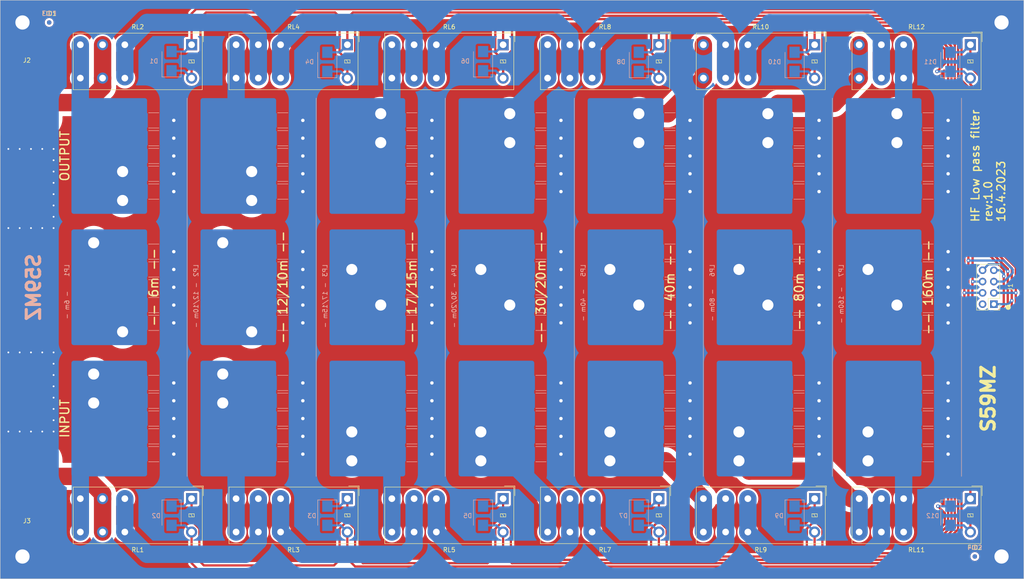
<source format=kicad_pcb>
(kicad_pcb (version 20221018) (generator pcbnew)
  (title_block (title "HF End Low pass filter") (date "2023-04-16") (rev "1.0") (company "S59MZ"))
  (layers (0 "F.Cu" signal) (31 "B.Cu" signal) (34 "B.Paste" user) (35 "F.Paste" user) (36 "B.SilkS" user "B.Silkscreen") (37 "F.SilkS" user "F.Silkscreen") (38 "B.Mask" user) (39 "F.Mask" user) (44 "Edge.Cuts" user))
  (net 0 "")
  (net 1 "+12V")
  (net 2 "/6m")
  (net 3 "/10m")
  (net 4 "/15m")
  (net 5 "/20m")
  (net 6 "/40m")
  (net 7 "/80m")
  (net 8 "GND")
  (net 9 "/output")
  (net 10 "/input")
  (net 11 "Net-(LP1-Pad2)")
  (net 12 "Net-(LP2-Pad2)")
  (net 13 "Net-(LP3-Pad2)")
  (net 14 "Net-(LP4-Pad2)")
  (net 15 "Net-(LP5-Pad2)")
  (net 16 "Net-(LP6-Pad2)")
  (net 17 "Net-(LP7-Pad2)")
  (net 18 "Net-(RL1-Pad2)")
  (net 19 "Net-(RL2-Pad2)")
  (net 20 "Net-(RL3-Pad2)")
  (net 21 "Net-(RL4-Pad2)")
  (net 22 "Net-(RL5-Pad2)")
  (net 23 "Net-(RL6-Pad2)")
  (net 24 "Net-(RL7-Pad2)")
  (net 25 "Net-(RL10-Pad3)")
  (net 26 "Net-(RL11-Pad3)")
  (net 27 "Net-(RL10-Pad2)")
  (net 28 "Net-(LP1-Pad3)")
  (net 30 "Net-(LP2-Pad3)")
  (net 32 "Net-(LP3-Pad3)")
  (net 34 "Net-(LP4-Pad3)")
  (net 36 "Net-(LP5-Pad3)")
  (net 38 "Net-(LP6-Pad3)")
  (net 40 "Net-(LP7-Pad3)")
  (footprint "Fiducial:Fiducial_1mm_Mask2mm" (layer "F.Cu") (at 254 150)
    (fp_text reference "FID2")
    (fp_text value "Fiducial")
  )
  (footprint "MountingHole:MountingHole_3.2mm_M3_DIN965_Pad" (layer "F.Cu") (at 40 150)
    (fp_text reference "H1" hide)
    (fp_text value "M3")
  )
  (footprint "MountingHole:MountingHole_3.2mm_M3_DIN965_Pad" (layer "F.Cu") (at 40 30)
    (fp_text reference "H2" hide)
    (fp_text value "M3")
  )
  (footprint "Relay_THT:Relay_DPDT_Omron_G2RL" (layer "F.Cu") (at 148 35 180)
    (fp_text reference "RL6")
    (fp_text value "G2RL-2-DC12")
  )
  (footprint "Library:Coax_terminal" (layer "F.Cu") (at 41 132 -90)
    (fp_text reference "J3")
    (fp_text value "Input")
  )
  (footprint "Relay_THT:Relay_DPDT_Omron_G2RL" (layer "F.Cu") (at 253 35 180)
    (fp_text reference "RL12")
    (fp_text value "G2RL-2-DC12")
  )
  (footprint "Relay_THT:Relay_DPDT_Omron_G2RL" (layer "F.Cu") (at 183 137 180)
    (fp_text reference "RL7")
    (fp_text value "G2RL-2-DC12")
  )
  (footprint "MountingHole:MountingHole_3.2mm_M3_DIN965_Pad" (layer "F.Cu") (at 260 150)
    (fp_text reference "H4" hide)
    (fp_text value "M3")
  )
  (footprint "Relay_THT:Relay_DPDT_Omron_G2RL" (layer "F.Cu") (at 113 137 180)
    (fp_text reference "RL3")
    (fp_text value "G2RL-2-DC12")
  )
  (footprint "Relay_THT:Relay_DPDT_Omron_G2RL" (layer "F.Cu") (at 218 35 180)
    (fp_text reference "RL10")
    (fp_text value "G2RL-2-DC12")
  )
  (footprint "Relay_THT:Relay_DPDT_Omron_G2RL" (layer "F.Cu") (at 113 35 180)
    (fp_text reference "RL4")
    (fp_text value "G2RL-2-DC12")
  )
  (footprint "Relay_THT:Relay_DPDT_Omron_G2RL" (layer "F.Cu") (at 218 137 180)
    (fp_text reference "RL9")
    (fp_text value "G2RL-2-DC12")
  )
  (footprint "Relay_THT:Relay_DPDT_Omron_G2RL" (layer "F.Cu") (at 183 35 180)
    (fp_text reference "RL8")
    (fp_text value "G2RL-2-DC12")
  )
  (footprint "MountingHole:MountingHole_3.2mm_M3_DIN965_Pad" (layer "F.Cu") (at 260 30)
    (fp_text reference "H3" hide)
    (fp_text value "M3")
  )
  (footprint "Relay_THT:Relay_DPDT_Omron_G2RL" (layer "F.Cu") (at 148 137 180)
    (fp_text reference "RL5")
    (fp_text value "G2RL-2-DC12")
  )
  (footprint "Relay_THT:Relay_DPDT_Omron_G2RL" (layer "F.Cu") (at 253 137 180)
    (fp_text reference "RL11")
    (fp_text value "G2RL-2-DC12")
  )
  (footprint "Relay_THT:Relay_DPDT_Omron_G2RL" (layer "F.Cu") (at 78 137 180)
    (fp_text reference "RL1")
    (fp_text value "G2RL-2-DC12")
  )
  (footprint "Fiducial:Fiducial_1mm_Mask2mm" (layer "F.Cu") (at 46 30)
    (fp_text reference "FID1")
    (fp_text value "Fiducial")
  )
  (footprint "Relay_THT:Relay_DPDT_Omron_G2RL" (layer "F.Cu") (at 78 35 180)
    (fp_text reference "RL2")
    (fp_text value "G2RL-2-DC12")
  )
  (footprint "Library:Coax_terminal" (layer "F.Cu") (at 41 48 90)
    (fp_text reference "J2")
    (fp_text value "Output")
  )
  (footprint "Connector_PinHeader_2.54mm:PinHeader_2x04_P2.54mm_Vertical" (layer "F.Cu") (at 258.275 93.3 180)
    (fp_text reference "J1")
    (fp_text value "band select")
  )
  (footprint "Library:LPF" (layer "B.Cu") (at 222 47 -90)
    (fp_text reference "LP7")
    (fp_text value "160m")
  )
  (footprint "Library:LPF" (layer "B.Cu") (at 164 47 -90)
    (fp_text reference "LP5")
    (fp_text value "40m")
  )
  (footprint "Diode_SMD:D_SMB" (layer "B.Cu") (at 178.5 140.85 -90)
    (fp_text reference "D7")
    (fp_text value "1N4007")
  )
  (footprint "Library:LPF" (layer "B.Cu") (at 193 47 -90)
    (fp_text reference "LP6")
    (fp_text value "80m")
  )
  (footprint "Diode_SMD:D_SMB" (layer "B.Cu") (at 178.5 38.85 90)
    (fp_text reference "D8")
    (fp_text value "1N4007")
  )
  (footprint "Diode_SMD:D_SMB" (layer "B.Cu") (at 248.5 140.85 -90)
    (fp_text reference "D12")
    (fp_text value "1N4007")
  )
  (footprint "Library:LPF" (layer "B.Cu") (at 106 47 -90)
    (fp_text reference "LP3")
    (fp_text value "17/15m")
  )
  (footprint "Fiducial:Fiducial_1mm_Mask2mm" (layer "B.Cu") (at 254 150 180)
    (fp_text reference "FID4")
    (fp_text value "Fiducial")
  )
  (footprint "Diode_SMD:D_SMB" (layer "B.Cu") (at 213.5 140.85 -90)
    (fp_text reference "D9")
    (fp_text value "1N4007")
  )
  (footprint "Diode_SMD:D_SMB" (layer "B.Cu") (at 73.5 38.6875 90)
    (fp_text reference "D1")
    (fp_text value "1N4007")
  )
  (footprint "Library:LPF-6" (layer "B.Cu") (at 77 47 -90)
    (fp_text reference "LP2")
    (fp_text value "12/10m")
  )
  (footprint "Diode_SMD:D_SMB" (layer "B.Cu") (at 108.5 38.85 90)
    (fp_text reference "D4")
    (fp_text value "1N4007")
  )
  (footprint "Diode_SMD:D_SMB" (layer "B.Cu") (at 213.5 38.85 90)
    (fp_text reference "D10")
    (fp_text value "1N4007")
  )
  (footprint "Diode_SMD:D_SMB" (layer "B.Cu") (at 143.5 38.6875 90)
    (fp_text reference "D6")
    (fp_text value "1N4007")
  )
  (footprint "Diode_SMD:D_SMB" (layer "B.Cu") (at 108.5 140.85 -90)
    (fp_text reference "D3")
    (fp_text value "1N4007")
  )
  (footprint "Library:LPF" (layer "B.Cu") (at 135 47 -90)
    (fp_text reference "LP4")
    (fp_text value "30/20m")
  )
  (footprint "Fiducial:Fiducial_1mm_Mask2mm" (layer "B.Cu") (at 46 30 180)
    (fp_text reference "FID3")
    (fp_text value "Fiducial")
  )
  (footprint "Diode_SMD:D_SMB" (layer "B.Cu") (at 248.5 38.85 90)
    (fp_text reference "D11")
    (fp_text value "1N4007")
  )
  (footprint "Diode_SMD:D_SMB" (layer "B.Cu") (at 143.5 140.85 -90)
    (fp_text reference "D5")
    (fp_text value "1N4007")
  )
  (footprint "Diode_SMD:D_SMB" (layer "B.Cu") (at 73.5 140.85 -90)
    (fp_text reference "D2")
    (fp_text value "1N4007")
  )
  (footprint "Library:LPF-6" (layer "B.Cu") (at 48 47 -90)
    (fp_text reference "LP1")
    (fp_text value "6m")
  )
  (gr_circle (center 261.5 94) (end 262 94) (stroke (width 0.15)) (fill solid) (layer "F.SilkS"))
  (gr_rect locked (start 35 25) (end 265 155) (stroke (width 0.1)) (fill none) (layer "Edge.Cuts"))
  (gr_text "S59MZ" (at 42.5 89.5 90) (layer "B.SilkS") (effects (font (size 3 3) (thickness 0.7)) (justify mirror)))
  (gr_text "HF Low pass filter\nrev:1.0\n16.4.2023" (at 257 75 90) (layer "F.SilkS") (effects (font (size 1.8 1.8) (thickness 0.3)) (justify left)))
  (gr_text "S59MZ" (at 257 114.5 90) (layer "F.SilkS") (effects (font (size 3 3) (thickness 0.7))))
  (segment (start 183 38.5) (end 183 42.5) (width 0.5) (layer "F.Cu") (net 1))
  (segment (start 149.75 149.25) (end 151.25 150.75) (width 0.5) (layer "F.Cu") (net 1))
  (segment (start 146.25 29.75) (end 146.25 36.75) (width 0.5) (layer "F.Cu") (net 1))
  (segment (start 183 142) (end 184.75 143.75) (width 0.5) (layer "F.Cu") (net 1))
  (segment (start 146.25 36.75) (end 148 38.5) (width 0.5) (layer "F.Cu") (net 1))
  (segment (start 151.25 150.75) (end 179.75 150.75) (width 0.5) (layer "F.Cu") (net 1))
  (segment (start 79.75 143.75) (end 79.75 151) (width 0.5) (layer "F.Cu") (net 1))
  (segment (start 220.75 30.75) (end 219.75 31.75) (width 0.5) (layer "F.Cu") (net 1))
  (segment (start 179.25 29.25) (end 181.25 31.25) (width 0.5) (layer "F.Cu") (net 1))
  (segment (start 78 42.5) (end 78 38.5) (width 0.5) (layer "F.Cu") (net 1))
  (segment (start 218 42.5) (end 218 38.5) (width 0.5) (layer "F.Cu") (net 1))
  (segment (start 247.25 39.25) (end 247.25 36) (width 0.5) (layer "F.Cu") (net 1))
  (segment (start 184.75 31.25) (end 186 30) (width 0.5) (layer "F.Cu") (net 1))
  (segment (start 245.5 41) (end 247.25 39.25) (width 0.5) (layer "F.Cu") (net 1))
  (segment (start 262.299 92.5) (end 262.299 94.026059) (width 0.5) (layer "F.Cu") (net 1))
  (segment (start 110 152) (end 111.25 150.75) (width 0.5) (layer "F.Cu") (net 1))
  (segment (start 114.75 149.75) (end 116.5 151.5) (width 0.5) (layer "F.Cu") (net 1))
  (segment (start 183 42.5) (end 183 38.25) (width 0.5) (layer "F.Cu") (net 1))
  (segment (start 218 142) (end 218 137) (width 0.5) (layer "F.Cu") (net 1))
  (segment (start 148 142) (end 149.75 143.75) (width 0.5) (layer "F.Cu") (net 1))
  (segment (start 216.25 31.25) (end 216.25 36.75) (width 0.5) (layer "F.Cu") (net 1))
  (segment (start 116.5 151.5) (end 144.5 151.5) (width 0.5) (layer "F.Cu") (net 1))
  (segment (start 148 38.5) (end 148 42.5) (width 0.5) (layer "F.Cu") (net 1))
  (segment (start 184.75 143.75) (end 184.75 148.75) (width 0.5) (layer "F.Cu") (net 1))
  (segment (start 78 142) (end 79.75 143.75) (width 0.5) (layer "F.Cu") (net 1))
  (segment (start 181.25 36.75) (end 183 38.5) (width 0.5) (layer "F.Cu") (net 1))
  (segment (start 113 142) (end 114.75 143.75) (width 0.5) (layer "F.Cu") (net 1))
  (segment (start 111.25 150.75) (end 111.25 143.75) (width 0.5) (layer "F.Cu") (net 1))
  (segment (start 256.152239 131.408421) (end 253 134.56066) (width 0.5) (layer "F.Cu") (net 1))
  (segment (start 114.75 143.75) (end 114.75 149.75) (width 0.5) (layer "F.Cu") (net 1))
  (segment (start 220.75 149.25) (end 219.75 148.25) (width 0.5) (layer "F.Cu") (net 1))
  (segment (start 111.25 28.75) (end 111.25 36.75) (width 0.5) (layer "F.Cu") (net 1))
  (segment (start 78 38.5) (end 80 36.5) (width 0.5) (layer "F.Cu") (net 1))
  (segment (start 113 42.5) (end 113 38.5) (width 0.5) (layer "F.Cu") (net 1))
  (segment (start 148 142) (end 148 137) (width 0.5) (layer "F.Cu") (net 1))
  (segment (start 146.25 149.75) (end 146.25 143.75) (width 0.5) (layer "F.Cu") (net 1))
  (segment (start 184.75 148.75) (end 186 150) (width 0.5) (layer "F.Cu") (net 1))
  (segment (start 111.25 143.75) (end 113 142) (width 0.5) (layer "F.Cu") (net 1))
  (segment (start 114.75 29.25) (end 115.5 28.5) (width 0.5) (layer "F.Cu") (net 1))
  (segment (start 184.75 36.5) (end 184.75 31.25) (width 0.5) (layer "F.Cu") (net 1))
  (segment (start 253 43.914214) (end 253 42.5) (width 0.5) (layer "F.Cu") (net 1))
  (segment (start 150 36.25) (end 150 30) (width 0.5) (layer "F.Cu") (net 1))
  (segment (start 149.75 143.75) (end 149.75 149.25) (width 0.5) (layer "F.Cu") (net 1))
  (segment (start 81.25 27.75) (end 110.25 27.75) (width 0.5) (layer "F.Cu") (net 1))
  (segment (start 219.75 31.75) (end 219.75 36.75) (width 0.5) (layer "F.Cu") (net 1))
  (segment (start 186 150) (end 215 150) (width 0.5) (layer "F.Cu") (net 1))
  (segment (start 150.75 29.25) (end 179.25 29.25) (width 0.5) (layer "F.Cu") (net 1))
  (segment (start 148 42.5) (end 148 38.25) (width 0.5) (layer "F.Cu") (net 1))
  (segment (start 146.25 143.75) (end 148 142) (width 0.5) (layer "F.Cu") (net 1))
  (segment (start 256.152239 100.17282) (end 256.152239 131.408421) (width 0.5) (layer "F.Cu") (net 1))
  (segment (start 186 30) (end 215 30) (width 0.5) (layer "F.Cu") (net 1))
  (segment (start 219.75 36.75) (end 218 38.5) (width 0.5) (layer "F.Cu") (net 1))
  (segment (start 216.25 143.75) (end 218 142) (width 0.5) (layer "F.Cu") (net 1))
  (segment (start 183 38.25) (end 184.75 36.5) (width 0.5) (layer "F.Cu") (net 1))
  (segment (start 262.299 94.026059) (end 256.152239 100.17282) (width 0.5) (layer "F.Cu") (net 1))
  (segment (start 256.256097 47.170311) (end 253 43.914214) (width 0.5) (layer "F.Cu") (net 1))
  (segment (start 215 150) (end 216.25 148.75) (width 0.5) (layer "F.Cu") (net 1))
  (segment (start 78 137) (end 78 142) (width 0.5) (layer "F.Cu") (net 1))
  (segment (start 216.25 148.75) (end 216.25 143.75) (width 0.5) (layer "F.Cu") (net 1))
  (segment (start 181.25 143.75) (end 183 142) (width 0.5) (layer "F.Cu") (net 1))
  (segment (start 242 30.75) (end 220.75 30.75) (width 0.5) (layer "F.Cu") (net 1))
  (segment (start 247.25 140.25) (end 247.25 142.62868) (width 0.5) (layer "F.Cu") (net 1))
  (segment (start 256.256097 79.160588) (end 256.256097 47.170311) (width 0.5) (layer "F.Cu") (net 1))
  (segment (start 79.75 151) (end 80.75 152) (width 0.5) (layer "F.Cu") (net 1))
  (segment (start 253 134.56066) (end 253 137) (width 0.5) (layer "F.Cu") (net 1))
  (segment (start 150 30) (end 150.75 29.25) (width 0.5) (layer "F.Cu") (net 1))
  (segment (start 247.25 142.62868) (end 240.62868 149.25) (width 0.5) (layer "F.Cu") (net 1))
  (segment (start 216.25 36.75) (end 218 38.5) (width 0.5) (layer "F.Cu") (net 1))
  (segment (start 247.25 36) (end 242 30.75) (width 0.5) (layer "F.Cu") (net 1))
  (segment (start 114.75 36.75) (end 114.75 29.25) (width 0.5) (layer "F.Cu") (net 1))
  (segment (start 240.62868 149.25) (end 220.75 149.25) (width 0.5) (layer "F.Cu") (net 1))
  (segment (start 113 38.5) (end 114.75 36.75) (width 0.5) (layer "F.Cu") (net 1))
  (segment (start 115.5 28.5) (end 145 28.5) (width 0.5) (layer "F.Cu") (net 1))
  (segment (start 181.25 31.25) (end 181.25 36.75) (width 0.5) (layer "F.Cu") (net 1))
  (segment (start 80 29) (end 81.25 27.75) (width 0.5) (layer "F.Cu") (net 1))
  (segment (start 262.299 85.203491) (end 256.256097 79.160588) (width 0.5) (layer "F.Cu") (net 1))
  (segment (start 80.75 152) (end 110 152) (width 0.5) (layer "F.Cu") (net 1))
  (segment (start 245.7 138.7) (end 247.25 140.25) (width 0.5) (layer "F.Cu") (net 1))
  (segment (start 113 142) (end 113 137) (width 0.5) (layer "F.Cu") (net 1))
  (segment (start 145 28.5) (end 146.25 29.75) (width 0.5) (layer "F.Cu") (net 1))
  (segment (start 80 36.5) (end 80 29) (width 0.5) (layer "F.Cu") (net 1))
  (segment (start 262.299 92.5) (end 262.299 85.203491) (width 0.5) (layer "F.Cu") (net 1))
  (segment (start 144.5 151.5) (end 146.25 149.75) (width 0.5) (layer "F.Cu") (net 1))
  (segment (start 219.75 143.75) (end 218 142) (width 0.5) (layer "F.Cu") (net 1))
  (segment (start 148 38.25) (end 150 36.25) (width 0.5) (layer "F.Cu") (net 1))
  (segment (start 183 142) (end 183 137) (width 0.5) (layer "F.Cu") (net 1))
  (segment (start 110.25 27.75) (end 111.25 28.75) (width 0.5) (layer "F.Cu") (net 1))
  (segment (start 215 30) (end 216.25 31.25) (width 0.5) (layer "F.Cu") (net 1))
  (segment (start 179.75 150.75) (end 181.25 149.25) (width 0.5) (layer "F.Cu") (net 1))
  (segment (start 181.25 149.25) (end 181.25 143.75) (width 0.5) (layer "F.Cu") (net 1))
  (segment (start 219.75 148.25) (end 219.75 143.75) (width 0.5) (layer "F.Cu") (net 1))
  (segment (start 111.25 36.75) (end 113 38.5) (width 0.5) (layer "F.Cu") (net 1))
  (via (at 245.7 138.7) (size 0.8) (drill 0.4) (layers "F.Cu" "B.Cu") (net 1))
  (via (at 245.5 41) (size 0.8) (drill 0.4) (layers "F.Cu" "B.Cu") (net 1))
  (via (at 262.299 92.5) (size 0.8) (drill 0.4) (layers "F.Cu" "B.Cu") (net 1))
  (segment (start 181.5 41) (end 183 42.5) (width 0.5) (layer "B.Cu") (net 1))
  (segment (start 76.3 138.7) (end 78 137) (width 0.5) (layer "B.Cu") (net 1))
  (segment (start 108.5 41) (end 111.5 41) (width 0.5) (layer "B.Cu") (net 1))
  (segment (start 73.5 138.7) (end 76.3 138.7) (width 0.5) (layer "B.Cu") (net 1))
  (segment (start 146.3 138.7) (end 148 137) (width 0.5) (layer "B.Cu") (net 1))
  (segment (start 248.5 41) (end 251.5 41) (width 0.5) (layer "B.Cu") (net 1))
  (segment (start 213.5 41) (end 216.5 41) (width 0.5) (layer "B.Cu") (net 1))
  (segment (start 248.5 138.7) (end 251.3 138.7) (width 0.5) (layer "B.Cu") (net 1))
  (segment (start 178.5 138.7) (end 181.3 138.7) (width 0.5) (layer "B.Cu") (net 1))
  (segment (start 111.3 138.7) (end 113 137) (width 0.5) (layer "B.Cu") (net 1))
  (segment (start 178.5 41) (end 181.5 41) (width 0.5) (layer "B.Cu") (net 1))
  (segment (start 143.5 138.7) (end 146.3 138.7) (width 0.5) (layer "B.Cu") (net 1))
  (segment (start 251.5 41) (end 253 42.5) (width 0.5) (layer "B.Cu") (net 1))
  (segment (start 213.5 138.7) (end 216.3 138.7) (width 0.5) (layer "B.Cu") (net 1))
  (segment (start 181.3 138.7) (end 183 137) (width 0.5) (layer "B.Cu") (net 1))
  (segment (start 76.3375 40.8375) (end 78 42.5) (width 0.5) (layer "B.Cu") (net 1))
  (segment (start 258.275 93.3) (end 261.499 93.3) (width 0.5) (layer "B.Cu") (net 1))
  (segment (start 261.499 93.3) (end 262.299 92.5) (width 0.5) (layer "B.Cu") (net 1))
  (segment (start 146.3375 40.8375) (end 148 42.5) (width 0.5) (layer "B.Cu") (net 1))
  (segment (start 143.5 40.8375) (end 146.3375 40.8375) (width 0.5) (layer "B.Cu") (net 1))
  (segment (start 111.5 41) (end 113 42.5) (width 0.5) (layer "B.Cu") (net 1))
  (segment (start 216.5 41) (end 218 42.5) (width 0.5) (layer "B.Cu") (net 1))
  (segment (start 73.5 40.8375) (end 76.3375 40.8375) (width 0.5) (layer "B.Cu") (net 1))
  (segment (start 245.5 41) (end 248.5 41) (width 0.5) (layer "B.Cu") (net 1))
  (segment (start 251.3 138.7) (end 253 137) (width 0.5) (layer "B.Cu") (net 1))
  (segment (start 216.3 138.7) (end 218 137) (width 0.5) (layer "B.Cu") (net 1))
  (segment (start 245.7 138.7) (end 248.5 138.7) (width 0.5) (layer "B.Cu") (net 1))
  (segment (start 108.5 138.7) (end 111.3 138.7) (width 0.5) (layer "B.Cu") (net 1))
  (segment (start 255.31681 47.291684) (end 251 42.974874) (width 0.5) (layer "F.Cu") (net 2))
  (segment (start 251 34.37868) (end 243.62132 27) (width 0.5) (layer "F.Cu") (net 2))
  (segment (start 258.334069 96.93033) (end 258.33033 96.93033) (width 0.5) (layer "F.Cu") (net 2))
  (segment (start 261.3995 85.364651) (end 255.31681 79.281961) (width 0.5) (layer "F.Cu") (net 2))
  (segment (start 255.252739 100.007921) (end 255.252739 131.247261) (width 0.5) (layer "F.Cu") (net 2))
  (segment (start 78 28) (end 78 35) (width 0.5) (layer "F.Cu") (net 2))
  (segment (start 255.31681 79.281961) (end 255.31681 47.291684) (width 0.5) (layer "F.Cu") (net 2))
  (segment (start 258.33033 96.93033) (end 255.252739 100.007921) (width 0.5) (layer "F.Cu") (net 2))
  (segment (start 243.62132 27) (end 79 27) (width 0.5) (layer "F.Cu") (net 2))
  (segment (start 79 27) (end 78 28) (width 0.5) (layer "F.Cu") (net 2))
  (segment (start 242.18198 153) (end 79.5 153) (width 0.5) (layer "F.Cu") (net 2))
  (segment (start 255.252739 131.247261) (end 251 135.5) (width 0.5) (layer "F.Cu") (net 2))
  (segment (start 261.3995 85.8995) (end 261.3995 93.864899) (width 0.5) (layer "F.Cu") (net 2))
  (segment (start 251 144.18198) (end 242.18198 153) (width 0.5) (layer "F.Cu") (net 2))
  (segment (start 79.5 153) (end 78 151.5) (width 0.5) (layer "F.Cu") (net 2))
  (segment (start 251 135.5) (end 251 144.18198) (width 0.5) (layer "F.Cu") (net 2))
  (segment (start 261.3995 85.8995) (end 261.3995 85.364651) (width 0.5) (layer "F.Cu") (net 2))
  (segment (start 261.3995 93.864899) (end 258.334069 96.93033) (width 0.5) (layer "F.Cu") (net 2))
  (segment (start 78 151.5) (end 78 144.5) (width 0.5) (layer "F.Cu") (net 2))
  (segment (start 251 42.974874) (end 251 34.37868) (width 0.5) (layer "F.Cu") (net 2))
  (via (at 261.3995 85.8995) (size 0.8) (drill 0.4) (layers "F.Cu" "B.Cu") (net 2))
  (segment (start 255.735 85.68) (end 257.085 84.33) (width 0.5) (layer "B.Cu") (net 2))
  (segment (start 73.5 143) (end 76.5 143) (width 0.5) (layer "B.Cu") (net 2))
  (segment (start 76.5 143) (end 78 144.5) (width 0.5) (layer "B.Cu") (net 2))
  (segment (start 73.5 36.5375) (end 76.4625 36.5375) (width 0.5) (layer "B.Cu") (net 2))
  (segment (start 259.83 84.33) (end 261.3995 85.8995) (width 0.5) (layer "B.Cu") (net 2))
  (segment (start 76.4625 36.5375) (end 78 35) (width 0.5) (layer "B.Cu") (net 2))
  (segment (start 257.085 84.33) (end 259.83 84.33) (width 0.5) (layer "B.Cu") (net 2))
  (segment (start 254.353239 99.846761) (end 254.353239 131.086101) (width 0.5) (layer "F.Cu") (net 3))
  (segment (start 250.25 135.18934) (end 250.25 143.87132) (width 0.5) (layer "F.Cu") (net 3))
  (segment (start 114.25 27.75) (end 113 29) (width 0.5) (layer "F.Cu") (net 3))
  (segment (start 114.75 152.25) (end 113 150.5) (width 0.5) (layer "F.Cu") (net 3))
  (segment (start 250.25 43.31066) (end 250.25 34.68934) (width 0.5) (layer "F.Cu") (net 3))
  (segment (start 254.353239 131.086101) (end 250.25 135.18934) (width 0.5) (layer "F.Cu") (net 3))
  (segment (start 250.25 34.68934) (end 243.31066 27.75) (width 0.5) (layer "F.Cu") (net 3))
  (segment (start 260.496261 93.703739) (end 254.353239 99.846761) (width 0.5) (layer "F.Cu") (net 3))
  (segment (start 260.496261 87.003739) (end 260.496261 85.522072) (width 0.5) (layer "F.Cu") (net 3))
  (segment (start 254.41731 47.47797) (end 250.25 43.31066) (width 0.5) (layer "F.Cu") (net 3))
  (segment (start 260.496261 85.522072) (end 254.41731 79.443121) (width 0.5) (layer "F.Cu") (net 3))
  (segment (start 254.41731 79.443121) (end 254.41731 47.47797) (width 0.5) (layer "F.Cu") (net 3))
  (segment (start 241.87132 152.25) (end 114.75 152.25) (width 0.5) (layer "F.Cu") (net 3))
  (segment (start 260.496261 87.003739) (end 260.496261 93.703739) (width 0.5) (layer "F.Cu") (net 3))
  (segment (start 113 150.5) (end 113 144.5) (width 0.5) (layer "F.Cu") (net 3))
  (segment (start 113 29) (end 113 35) (width 0.5) (layer "F.Cu") (net 3))
  (segment (start 243.31066 27.75) (end 114.25 27.75) (width 0.5) (layer "F.Cu") (net 3))
  (segment (start 250.25 143.87132) (end 241.87132 152.25) (width 0.5) (layer "F.Cu") (net 3))
  (via (at 260.496261 87.003739) (size 0.8) (drill 0.4) (layers "F.Cu" "B.Cu") (net 3))
  (segment (start 111.3 36.7) (end 113 35) (width 0.5) (layer "B.Cu") (net 3))
  (segment (start 258.275 85.68) (end 259.68 85.68) (width 0.5) (layer "B.Cu") (net 3))
  (segment (start 260.496261 86.496261) (end 260.496261 87.003739) (width 0.5) (layer "B.Cu") (net 3))
  (segment (start 259.68 85.68) (end 260.496261 86.496261) (width 0.5) (layer "B.Cu") (net 3))
  (segment (start 108.5 36.7) (end 111.3 36.7) (width 0.5) (layer "B.Cu") (net 3))
  (segment (start 108.5 143) (end 111.5 143) (width 0.5) (layer "B.Cu") (net 3))
  (segment (start 111.5 143) (end 113 144.5) (width 0.5) (layer "B.Cu") (net 3))
  (segment (start 241.56066 151.5) (end 150 151.5) (width 0.5) (layer "F.Cu") (net 4))
  (segment (start 253.5 88.19) (end 253.5 47.62132) (width 0.5) (layer "F.Cu") (net 4))
  (segment (start 253.453739 88.296261) (end 253.453739 130.924941) (width 0.5) (layer "F.Cu") (net 4))
  (segment (start 243 28.5) (end 149.5 28.5) (width 0.5) (layer "F.Cu") (net 4))
  (segment (start 249.5 134.87868) (end 249.5 143.56066) (width 0.5) (layer "F.Cu") (net 4))
  (segment (start 253.53 88.22) (end 253.453739 88.296261) (width 0.5) (layer "F.Cu") (net 4))
  (segment (start 253.453739 130.924941) (end 249.5 134.87868) (width 0.5) (layer "F.Cu") (net 4))
  (segment (start 249.5 43.62132) (end 249.5 35) (width 0.5) (layer "F.Cu") (net 4))
  (segment (start 149.5 28.5) (end 148 30) (width 0.5) (layer "F.Cu") (net 4))
  (segment (start 148 149.5) (end 148 144.5) (width 0.5) (layer "F.Cu") (net 4))
  (segment (start 253.53 88.22) (end 253.5 88.19) (width 0.5) (layer "F.Cu") (net 4))
  (segment (start 249.5 35) (end 243 28.5) (width 0.5) (layer "F.Cu") (net 4))
  (segment (start 148 30) (end 148 35) (width 0.5) (layer "F.Cu") (net 4))
  (segment (start 253.5 47.62132) (end 249.5 43.62132) (width 0.5) (layer "F.Cu") (net 4))
  (segment (start 150 151.5) (end 148 149.5) (width 0.5) (layer "F.Cu") (net 4))
  (segment (start 249.5 143.56066) (end 241.56066 151.5) (width 0.5) (layer "F.Cu") (net 4))
  (via (at 253.53 88.22) (size 0.8) (drill 0.4) (layers "F.Cu" "B.Cu") (net 4))
  (segment (start 146.5 143) (end 148 144.5) (width 0.5) (layer "B.Cu") (net 4))
  (segment (start 253.53 88.22) (end 255.735 88.22) (width 0.5) (layer "B.Cu") (net 4))
  (segment (start 146.4625 36.5375) (end 148 35) (width 0.5) (layer "B.Cu") (net 4))
  (segment (start 143.5 36.5375) (end 146.4625 36.5375) (width 0.5) (layer "B.Cu") (net 4))
  (segment (start 143.5 143) (end 146.5 143) (width 0.5) (layer "B.Cu") (net 4))
  (segment (start 252.549 83.494761) (end 252.549 130.76902) (width 0.5) (layer "F.Cu") (net 5))
  (segment (start 248.75 43.93198) (end 248.75 35.37868) (width 0.5) (layer "F.Cu") (net 5))
  (segment (start 183 149) (end 183 144.5) (width 0.5) (layer "F.Cu") (net 5))
  (segment (start 252.549 83.494761) (end 252.554239 83.489522) (width 0.5) (layer "F.Cu") (net 5))
  (segment (start 184.75 150.75) (end 183 149) (width 0.5) (layer "F.Cu") (net 5))
  (segment (start 248.75 134.56802) (end 248.75 143.25) (width 0.5) (layer "F.Cu") (net 5))
  (segment (start 248.75 143.25) (end 241.25 150.75) (width 0.5) (layer "F.Cu") (net 5))
  (segment (start 183 30.5) (end 183 35) (width 0.5) (layer "F.Cu") (net 5))
  (segment (start 252.554239 83.489522) (end 252.554239 47.736219) (width 0.5) (layer "F.Cu") (net 5))
  (segment (start 242.62132 29.25) (end 184.25 29.25) (width 0.5) (layer "F.Cu") (net 5))
  (segment (start 252.554239 47.736219) (end 248.75 43.93198) (width 0.5) (layer "F.Cu") (net 5))
  (segment (start 248.75 35.37868) (end 242.62132 29.25) (width 0.5) (layer "F.Cu") (net 5))
  (segment (start 241.25 150.75) (end 184.75 150.75) (width 0.5) (layer "F.Cu") (net 5))
  (segment (start 184.25 29.25) (end 183 30.5) (width 0.5) (layer "F.Cu") (net 5))
  (segment (start 252.549 130.76902) (end 248.75 134.56802) (width 0.5) (layer "F.Cu") (net 5))
  (via (at 252.549 83.494761) (size 0.8) (drill 0.4) (layers "F.Cu" "B.Cu") (net 5))
  (segment (start 252.549 83.494761) (end 252.554239 83.5) (width 0.5) (layer "B.Cu") (net 5))
  (segment (start 178.5 36.7) (end 181.3 36.7) (width 0.5) (layer "B.Cu") (net 5))
  (segment (start 178.5 143) (end 181.5 143) (width 0.5) (layer "B.Cu") (net 5))
  (segment (start 181.5 143) (end 183 144.5) (width 0.5) (layer "B.Cu") (net 5))
  (segment (start 181.3 36.7) (end 183 35) (width 0.5) (layer "B.Cu") (net 5))
  (segment (start 252.554239 83.5) (end 260.5 83.5) (width 0.5) (layer "B.Cu") (net 5))
  (segment (start 260.552793 88.22) (end 258.275 88.22) (width 0.5) (layer "B.Cu") (net 5))
  (segment (start 260.5 83.5) (end 262.5 85.5) (width 0.5) (layer "B.Cu") (net 5))
  (segment (start 262.5 85.5) (end 262.5 86.272793) (width 0.5) (layer "B.Cu") (net 5))
  (segment (start 262.5 86.272793) (end 260.552793 88.22) (width 0.5) (layer "B.Cu") (net 5))
  (segment (start 218 148.5) (end 218 144.5) (width 0.5) (layer "F.Cu") (net 6))
  (segment (start 251.6495 90.75) (end 251.6495 130.60786) (width 0.5) (layer "F.Cu") (net 6))
  (segment (start 251.6495 47.89214) (end 248 44.24264) (width 0.5) (layer "F.Cu") (net 6))
  (segment (start 218 31.5) (end 218 35) (width 0.5) (layer "F.Cu") (net 6))
  (segment (start 219.5 150) (end 218 148.5) (width 0.5) (layer "F.Cu") (net 6))
  (segment (start 242.31066 30) (end 219.5 30) (width 0.5) (layer "F.Cu") (net 6))
  (segment (start 240.93934 150) (end 219.5 150) (width 0.5) (layer "F.Cu") (net 6))
  (segment (start 248 142.93934) (end 240.93934 150) (width 0.5) (layer "F.Cu") (net 6))
  (segment (start 248 35.68934) (end 242.31066 30) (width 0.5) (layer "F.Cu") (net 6))
  (segment (start 251.6495 90.75) (end 251.6495 47.89214) (width 0.5) (layer "F.Cu") (net 6))
  (segment (start 219.5 30) (end 218 31.5) (width 0.5) (layer "F.Cu") (net 6))
  (segment (start 248 134.25736) (end 248 142.93934) (width 0.5) (layer "F.Cu") (net 6))
  (segment (start 248 44.24264) (end 248 35.68934) (width 0.5) (layer "F.Cu") (net 6))
  (segment (start 251.6495 130.60786) (end 248 134.25736) (width 0.5) (layer "F.Cu") (net 6))
  (via (at 251.6495 90.75) (size 0.8) (drill 0.4) (layers "F.Cu" "B.Cu") (net 6))
  (segment (start 213.5 143) (end 216.5 143) (width 0.5) (layer "B.Cu") (net 6))
  (segment (start 216.5 143) (end 218 144.5) (width 0.5) (layer "B.Cu") (net 6))
  (segment (start 213.5 36.7) (end 216.3 36.7) (width 0.5) (layer "B.Cu") (net 6))
  (segment (start 255.725 90.75) (end 255.735 90.76) (width 0.5) (layer "B.Cu") (net 6))
  (segment (start 251.6495 90.75) (end 255.725 90.75) (width 0.5) (layer "B.Cu") (net 6))
  (segment (start 216.3 36.7) (end 218 35) (width 0.5) (layer "B.Cu") (net 6))
  (segment (start 253 40) (end 253 35) (width 0.5) (layer "F.Cu") (net 7))
  (segment (start 257.155597 78.999428) (end 257.155597 47.009151) (width 0.5) (layer "F.Cu") (net 7))
  (segment (start 253 140.5) (end 253 144.5) (width 0.5) (layer "F.Cu") (net 7))
  (segment (start 257.155597 47.009151) (end 255 44.853554) (width 0.5) (layer "F.Cu") (net 7))
  (segment (start 256.902239 131.719081) (end 255 133.62132) (width 0.5) (layer "F.Cu") (net 7))
  (segment (start 263.1985 90.75) (end 263.1985 94.187219) (width 0.5) (layer "F.Cu") (net 7))
  (segment (start 255 138.5) (end 253 140.5) (width 0.5) (layer "F.Cu") (net 7))
  (segment (start 263.1985 90.75) (end 263.1985 85.042331) (width 0.5) (layer "F.Cu") (net 7))
  (segment (start 263.1985 94.187219) (end 256.902239 100.48348) (width 0.5) (layer "F.Cu") (net 7))
  (segment (start 256.902239 100.48348) (end 256.902239 131.719081) (width 0.5) (layer "F.Cu") (net 7))
  (segment (start 255 42) (end 253 40) (width 0.5) (layer "F.Cu") (net 7))
  (segment (start 263.1985 85.042331) (end 257.155597 78.999428) (width 0.5) (layer "F.Cu") (net 7))
  (segment (start 255 133.62132) (end 255 138.5) (width 0.5) (layer "F.Cu") (net 7))
  (segment (start 255 44.853554) (end 255 42) (width 0.5) (layer "F.Cu") (net 7))
  (via (at 263.1985 90.75) (size 0.8) (drill 0.4) (layers "F.Cu" "B.Cu") (net 7))
  (segment (start 251.3 36.7) (end 253 35) (width 0.5) (layer "B.Cu") (net 7))
  (segment (start 251.5 143) (end 253 144.5) (width 0.5) (layer "B.Cu") (net 7))
  (segment (start 263.1885 90.76) (end 263.1985 90.75) (width 0.5) (layer "B.Cu") (net 7))
  (segment (start 248.5 36.7) (end 251.3 36.7) (width 0.5) (layer "B.Cu") (net 7))
  (segment (start 248.5 143) (end 251.5 143) (width 0.5) (layer "B.Cu") (net 7))
  (segment (start 258.275 90.76) (end 263.1885 90.76) (width 0.5) (layer "B.Cu") (net 7))
  (via (at 46.99 63.5) (size 0.8) (drill 0.4) (layers "F.Cu" "B.Cu") (net 8))
  (via (at 44.45 58.42) (size 0.8) (drill 0.4) (layers "F.Cu" "B.Cu") (net 8))
  (via (at 44.45 104.14) (size 0.8) (drill 0.4) (layers "F.Cu" "B.Cu") (net 8))
  (via (at 41.91 121.92) (size 0.8) (drill 0.4) (layers "F.Cu" "B.Cu") (net 8))
  (via (at 46.99 116.84) (size 0.8) (drill 0.4) (layers "F.Cu" "B.Cu") (net 8))
  (via (at 41.91 58.42) (size 0.8) (drill 0.4) (layers "F.Cu" "B.Cu") (net 8))
  (via (at 41.91 76.2) (size 0.8) (drill 0.4) (layers "F.Cu" "B.Cu") (net 8))
  (via (at 46.99 60.96) (size 0.8) (drill 0.4) (layers "F.Cu" "B.Cu") (net 8))
  (via (at 44.45 76.2) (size 0.8) (drill 0.4) (layers "F.Cu" "B.Cu") (net 8))
  (via (at 46.99 114.3) (size 0.8) (drill 0.4) (layers "F.Cu" "B.Cu") (net 8))
  (via (at 36.83 121.92) (size 0.8) (drill 0.4) (layers "F.Cu" "B.Cu") (net 8))
  (via (at 46.99 104.14) (size 0.8) (drill 0.4) (layers "F.Cu" "B.Cu") (net 8))
  (via (at 46.99 76.2) (size 0.8) (drill 0.4) (layers "F.Cu" "B.Cu") (net 8))
  (via (at 46.99 119.38) (size 0.8) (drill 0.4) (layers "F.Cu" "B.Cu") (net 8))
  (via (at 46.99 121.92) (size 0.8) (drill 0.4) (layers "F.Cu" "B.Cu") (net 8))
  (via (at 44.45 121.92) (size 0.8) (drill 0.4) (layers "F.Cu" "B.Cu") (net 8))
  (via (at 46.99 111.76) (size 0.8) (drill 0.4) (layers "F.Cu" "B.Cu") (net 8))
  (via (at 39.37 76.2) (size 0.8) (drill 0.4) (layers "F.Cu" "B.Cu") (net 8))
  (via (at 46.99 109.22) (size 0.8) (drill 0.4) (layers "F.Cu" "B.Cu") (net 8))
  (via (at 39.37 58.42) (size 0.8) (drill 0.4) (layers "F.Cu" "B.Cu") (net 8))
  (via (at 36.83 76.2) (size 0.8) (drill 0.4) (layers "F.Cu" "B.Cu") (net 8))
  (via (at 46.99 73.66) (size 0.8) (drill 0.4) (layers "F.Cu" "B.Cu") (net 8))
  (via (at 46.99 68.58) (size 0.8) (drill 0.4) (layers "F.Cu" "B.Cu") (net 8))
  (via (at 46.99 106.68) (size 0.8) (drill 0.4) (layers "F.Cu" "B.Cu") (net 8))
  (via (at 39.37 121.92) (size 0.8) (drill 0.4) (layers "F.Cu" "B.Cu") (net 8))
  (via (at 39.37 104.14) (size 0.8) (drill 0.4) (layers "F.Cu" "B.Cu") (net 8))
  (via (at 46.99 58.42) (size 0.8) (drill 0.4) (layers "F.Cu" "B.Cu") (net 8))
  (via (at 41.91 104.14) (size 0.8) (drill 0.4) (layers "F.Cu" "B.Cu") (net 8))
  (via (at 36.83 58.42) (size 0.8) (drill 0.4) (layers "F.Cu" "B.Cu") (net 8))
  (via (at 46.99 66.04) (size 0.8) (drill 0.4) (layers "F.Cu" "B.Cu") (net 8))
  (via (at 46.99 71.12) (size 0.8) (drill 0.4) (layers "F.Cu" "B.Cu") (net 8))
  (via (at 36.83 104.14) (size 0.8) (drill 0.4) (layers "F.Cu" "B.Cu") (net 8))
  (segment (start 248.2 85.7) (end 248 85.5) (width 0.5) (layer "B.Cu") (net 8))
  (segment (start 58 42.5) (end 58 44.5) (width 3.9) (layer "F.Cu") (net 9))
  (segment (start 58 44.5) (end 54.5 48) (width 3.9) (layer "F.Cu") (net 9))
  (segment (start 58 35) (end 58 42.5) (width 3.9) (layer "F.Cu") (net 9))
  (segment (start 54.5 48) (end 41 48) (width 3.9) (layer "F.Cu") (net 9))
  (segment (start 58 137) (end 58 135.918881) (width 3.9) (layer "F.Cu") (net 10))
  (segment (start 54.081119 132) (end 41 132) (width 3.9) (layer "F.Cu") (net 10))
  (segment (start 58 135.918881) (end 54.081119 132) (width 3.9) (layer "F.Cu") (net 10))
  (segment (start 58 144.5) (end 58 137) (width 3.9) (layer "F.Cu") (net 10))
  (segment (start 53 42.5) (end 53 53.5) (width 3.9) (layer "B.Cu") (net 11))
  (segment (start 53 53.5) (end 59.5 60) (width 3.9) (layer "B.Cu") (net 11))
  (segment (start 53 35) (end 53 42.5) (width 3.9) (layer "B.Cu") (net 11))
  (segment (start 88 35) (end 88 42.5) (width 3.9) (layer "B.Cu") (net 12))
  (segment (start 88 59.5) (end 88.5 60) (width 3.9) (layer "B.Cu") (net 12))
  (segment (start 88 42.5) (end 88 59.5) (width 3.9) (layer "B.Cu") (net 12))
  (segment (start 123 48) (end 120.5 50.5) (width 3.9) (layer "B.Cu") (net 13))
  (segment (start 123 35) (end 123 42.5) (width 3.9) (layer "B.Cu") (net 13))
  (segment (start 123 42.5) (end 123 48) (width 3.9) (layer "B.Cu") (net 13))
  (segment (start 158 42.5) (end 157.5 42.5) (width 3.9) (layer "B.Cu") (net 14))
  (segment (start 158 35) (end 158 42.5) (width 3.9) (layer "B.Cu") (net 14))
  (segment (start 157.5 42.5) (end 149.5 50.5) (width 3.9) (layer "B.Cu") (net 14))
  (segment (start 193 35) (end 193 42.5) (width 3.9) (layer "F.Cu") (net 15))
  (segment (start 178.5 50.5) (end 178.5 57) (width 3.9) (layer "F.Cu") (net 15))
  (segment (start 185 50.5) (end 178.5 50.5) (width 3.9) (layer "F.Cu") (net 15))
  (segment (start 193 42.5) (end 185 50.5) (width 3.9) (layer "F.Cu") (net 15))
  (segment (start 228 35) (end 228 42.5) (width 3.9) (layer "F.Cu") (net 16))
  (segment (start 222.312 48.188) (end 209.812 48.188) (width 3.9) (layer "F.Cu") (net 16))
  (segment (start 228 42.5) (end 222.312 48.188) (width 3.9) (layer "F.Cu") (net 16))
  (segment (start 207.5 50.5) (end 207.5 57) (width 3.9) (layer "F.Cu") (net 16))
  (segment (start 209.812 48.188) (end 207.5 50.5) (width 3.9) (layer "F.Cu") (net 16))
  (segment (start 238 55.5) (end 233.5 60) (width 3.9) (layer "B.Cu") (net 17))
  (segment (start 238 42.5) (end 238 55.5) (width 3.9) (layer "B.Cu") (net 17))
  (segment (start 238 35) (end 238 42.5) (width 3.9) (layer "B.Cu") (net 17))
  (segment (start 93 144.5) (end 93 146.571068) (width 3.9) (layer "B.Cu") (net 18))
  (segment (start 68 149.5) (end 63 144.5) (width 3.9) (layer "B.Cu") (net 18))
  (segment (start 93 144.5) (end 93 137) (width 3.9) (layer "B.Cu") (net 18))
  (segment (start 93 146.571068) (end 90.071068 149.5) (width 3.9) (layer "B.Cu") (net 18))
  (segment (start 90.071068 149.5) (end 68 149.5) (width 3.9) (layer "B.Cu") (net 18))
  (segment (start 63 144.5) (end 63 137) (width 3.9) (layer "B.Cu") (net 18))
  (segment (start 63 35) (end 63 42.2) (width 3.9) (layer "B.Cu") (net 19))
  (segment (start 68 30) (end 63 35) (width 3.9) (layer "B.Cu") (net 19))
  (segment (start 93 35) (end 93 42.2) (width 3.9) (layer "B.Cu") (net 19))
  (segment (start 90.071068 30) (end 68 30) (width 3.9) (layer "B.Cu") (net 19))
  (segment (start 93 32.928932) (end 90.071068 30) (width 3.9) (layer "B.Cu") (net 19))
  (segment (start 93 35) (end 93 32.928932) (width 3.9) (layer "B.Cu") (net 19))
  (segment (start 126 149.5) (end 103 149.5) (width 3.9) (layer "B.Cu") (net 20))
  (segment (start 128 147.5) (end 126 149.5) (width 3.9) (layer "B.Cu") (net 20))
  (segment (start 98 137) (end 98 144.5) (width 3.9) (layer "B.Cu") (net 20))
  (segment (start 128 137) (end 128 144.5) (width 3.9) (layer "B.Cu") (net 20))
  (segment (start 103 149.5) (end 98 144.5) (width 3.9) (layer "B.Cu") (net 20))
  (segment (start 128 144.5) (end 128 147.5) (width 3.9) (layer "B.Cu") (net 20))
  (segment (start 98 35) (end 98 42.2) (width 3.9) (layer "B.Cu") (net 21))
  (segment (start 103 30) (end 98 35) (width 3.9) (layer "B.Cu") (net 21))
  (segment (start 125.071068 30) (end 103 30) (width 3.9) (layer "B.Cu") (net 21))
  (segment (start 128 35) (end 128 32.928932) (width 3.9) (layer "B.Cu") (net 21))
  (segment (start 128 32.928932) (end 125.071068 30) (width 3.9) (layer "B.Cu") (net 21))
  (segment (start 128 35) (end 128 42.5) (width 3.9) (layer "B.Cu") (net 21))
  (segment (start 133 137) (end 133 144.5) (width 3.9) (layer "B.Cu") (net 22))
  (segment (start 160.071068 149.5) (end 138 149.5) (width 3.9) (layer "B.Cu") (net 22))
  (segment (start 138 149.5) (end 133 144.5) (width 3.9) (layer "B.Cu") (net 22))
  (segment (start 163 146.571068) (end 160.071068 149.5) (width 3.9) (layer "B.Cu") (net 22))
  (segment (start 163 144.5) (end 163 146.571068) (width 3.9) (layer "B.Cu") (net 22))
  (segment (start 163 137) (end 163 144.5) (width 3.9) (layer "B.Cu") (net 22))
  (segment (start 160.071068 30) (end 138 30) (width 3.9) (layer "B.Cu") (net 23))
  (segment (start 138 30) (end 133 35) (width 3.9) (layer "B.Cu") (net 23))
  (segment (start 163 35) (end 163 32.928932) (width 3.9) (layer "B.Cu") (net 23))
  (segment (start 133 42.5) (end 133 34.5) (width 3.9) (layer "B.Cu") (net 23))
  (segment (start 163 42.5) (end 163 35) (width 3.9) (layer "B.Cu") (net 23))
  (segment (start 163 32.928932) (end 160.071068 30) (width 3.9) (layer "B.Cu") (net 23))
  (segment (start 173 149.5) (end 168 144.5) (width 3.9) (layer "B.Cu") (net 24))
  (segment (start 195.071068 149.5) (end 173 149.5) (width 3.9) (layer "B.Cu") (net 24))
  (segment (start 198 146.571068) (end 195.071068 149.5) (width 3.9) (layer "B.Cu") (net 24))
  (segment (start 198 144.5) (end 198 146.571068) (width 3.9) (layer "B.Cu") (net 24))
  (segment (start 198 137) (end 198 144.5) (width 3.9) (layer "B.Cu") (net 24))
  (segment (start 168 137) (end 168 144.5) (width 3.9) (layer "B.Cu") (net 24))
  (segment (start 198 33.232234) (end 195.467766 30.7) (width 3.9) (layer "B.Cu") (net 25))
  (segment (start 198 35) (end 198 42.2) (width 3.9) (layer "B.Cu") (net 25))
  (segment (start 168 35) (end 168 42.2) (width 3.9) (layer "B.Cu") (net 25))
  (segment (start 195.467766 30.7) (end 172.3 30.7) (width 3.9) (layer "B.Cu") (net 25))
  (segment (start 172.3 30.7) (end 168 35) (width 3.9) (layer "B.Cu") (net 25))
  (segment (start 198 35) (end 198 33.232234) (width 3.9) (layer "B.Cu") (net 25))
  (segment (start 233 144.5) (end 233 137) (width 3.9) (layer "B.Cu") (net 26))
  (segment (start 208 149.5) (end 203 144.5) (width 3.9) (layer "B.Cu") (net 26))
  (segment (start 233 146.571068) (end 230.071068 149.5) (width 3.9) (layer "B.Cu") (net 26))
  (segment (start 203 137) (end 203 144.5) (width 3.9) (layer "B.Cu") (net 26))
  (segment (start 233 144.5) (end 233 146.571068) (width 3.9) (layer "B.Cu") (net 26))
  (segment (start 230.071068 149.5) (end 208 149.5) (width 3.9) (layer "B.Cu") (net 26))
  (segment (start 233 35) (end 233 42.2) (width 3.9) (layer "B.Cu") (net 27))
  (segment (start 233 35) (end 233 33.232234) (width 3.9) (layer "B.Cu") (net 27))
  (segment (start 233 33.232234) (end 229.855266 30.0875) (width 3.9) (layer "B.Cu") (net 27))
  (segment (start 207.9125 30.0875) (end 203 35) (width 3.9) (layer "B.Cu") (net 27))
  (segment (start 203 35) (end 203 42.2) (width 3.9) (layer "B.Cu") (net 27))
  (segment (start 229.855266 30.0875) (end 207.9125 30.0875) (width 3.9) (layer "B.Cu") (net 27))
  (segment (start 53 144.5) (end 53 137) (width 3.9) (layer "B.Cu") (net 28))
  (segment (start 53 137) (end 53 125.5) (width 3.9) (layer "B.Cu") (net 28))
  (segment (start 53 125.5) (end 59.5 119) (width 3.9) (layer "B.Cu") (net 28))
  (segment (start 88 144.5) (end 88 137) (width 3.9) (layer "B.Cu") (net 30))
  (segment (start 88 137) (end 88 119.5) (width 3.9) (layer "B.Cu") (net 30))
  (segment (start 88 119.5) (end 88.5 119) (width 3.9) (layer "B.Cu") (net 30))
  (segment (start 123 124.5) (end 117.5 119) (width 3.9) (layer "B.Cu") (net 32))
  (segment (start 123 137) (end 123 124.5) (width 3.9) (layer "B.Cu") (net 32))
  (segment (start 123 144.5) (end 123 137) (width 3.9) (layer "B.Cu") (net 32))
  (segment (start 158 137) (end 146.5 125.5) (width 3.9) (layer "B.Cu") (net 34))
  (segment (start 158 144.5) (end 158 137) (width 3.9) (layer "B.Cu") (net 34))
  (segment (start 146.5 125.5) (end 146.5 119) (width 3.9) (layer "B.Cu") (net 34))
  (segment (start 193 137) (end 184.5 128.5) (width 3.9) (layer "F.Cu") (net 36))
  (segment (start 184.5 128.5) (end 172 128.5) (width 3.9) (layer "F.Cu") (net 36))
  (segment (start 172 122) (end 172 128.5) (width 3.9) (layer "F.Cu") (net 36))
  (segment (start 193 137) (end 193 144.5) (width 3.9) (layer "B.Cu") (net 36))
  (segment (start 201 128.5) (end 201 122) (width 3.9) (layer "F.Cu") (net 38))
  (segment (start 226.232234 137) (end 220.044234 130.812) (width 3.9) (layer "F.Cu") (net 38))
  (segment (start 203.312 130.812) (end 201 128.5) (width 3.9) (layer "F.Cu") (net 38))
  (segment (start 220.044234 130.812) (end 203.312 130.812) (width 3.9) (layer "F.Cu") (net 38))
  (segment (start 228 137) (end 226.232234 137) (width 3.9) (layer "F.Cu") (net 38))
  (segment (start 228 137) (end 228 144.5) (width 3.9) (layer "B.Cu") (net 38))
  (segment (start 238 144.5) (end 238 137) (width 3.9) (layer "B.Cu") (net 40))
  (segment (start 238 137) (end 238 123.5) (width 3.9) (layer "B.Cu") (net 40))
  (segment (start 238 123.5) (end 233.5 119) (width 3.9) (layer "B.Cu") (net 40))
  (zone (net 8) (net_name "GND") (layers "F&B.Cu") (connect_pads (clearance 0.508)) (min_thickness 0.254) (fill yes (thermal_gap 0.508) (thermal_bridge_width 0.508))
    (polygon (pts (xy 265 155) (xy 35 155) (xy 35 25) (xy 265 25)))
  )
)
</source>
